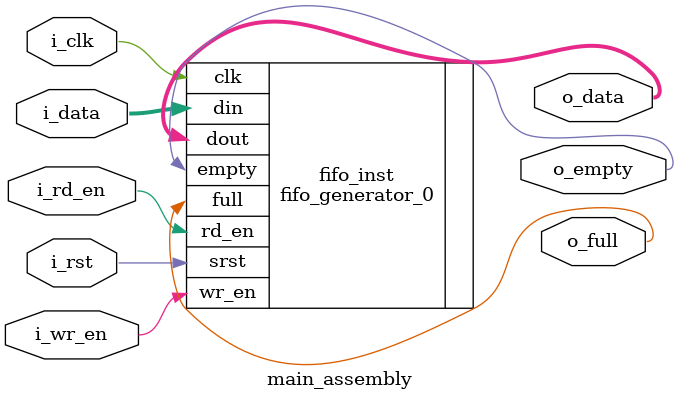
<source format=v>
`timescale 1ns / 1ps


module main_assembly(
     input i_clk,
     input i_rst,
     input [31:0] i_data,
     input i_wr_en,
     input i_rd_en,
     output [31:0] o_data,
     output o_full,
     output o_empty
    );
    
fifo_generator_0 fifo_inst (
  .clk(i_clk),      // input wire clk
  .srst(i_rst),    // input wire srst
  .din(i_data),      // input wire [31 : 0] din
  .wr_en(i_wr_en),  // input wire wr_en
  .rd_en(i_rd_en),  // input wire rd_en
  .dout(o_data),    // output wire [31 : 0] dout
  .full(o_full),    // output wire full
  .empty(o_empty)  // output wire empty
);
endmodule

</source>
